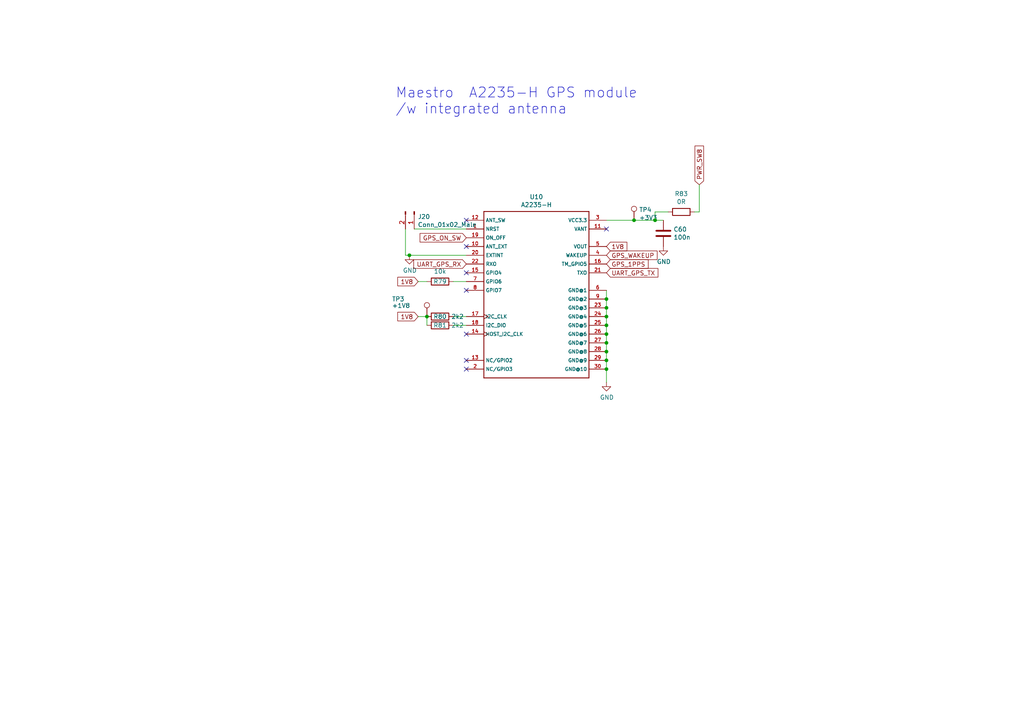
<source format=kicad_sch>
(kicad_sch (version 20200618) (host eeschema "(5.99.0-2142-ge9b99cc8b)")

  (page 1 8)

  (paper "A4")

  (lib_symbols
    (symbol "BaseCircuit_V2-rescue:R" (pin_numbers hide) (pin_names (offset 0))
      (property "Reference" "R" (id 0) (at 2.032 0 90)
        (effects (font (size 1.27 1.27)))
      )
      (property "Value" "R" (id 1) (at 0 0 90)
        (effects (font (size 1.27 1.27)))
      )
      (property "Footprint" "" (id 2) (at -1.778 0 90)
        (effects (font (size 1.27 1.27)) hide)
      )
      (property "Datasheet" "" (id 3) (at 0 0 0)
        (effects (font (size 1.27 1.27)) hide)
      )
      (property "ki_fp_filters" "R_*\nR_*" (id 4) (at 0 0 0)
        (effects (font (size 1.27 1.27)) hide)
      )
      (symbol "R_0_1"
        (rectangle (start -1.016 -2.54) (end 1.016 2.54)
          (stroke (width 0.254)) (fill (type none))
        )
      )
      (symbol "R_1_1"
        (pin passive line (at 0 3.81 270) (length 1.27)
          (name "~" (effects (font (size 1.27 1.27))))
          (number "1" (effects (font (size 1.27 1.27))))
        )
        (pin passive line (at 0 -3.81 90) (length 1.27)
          (name "~" (effects (font (size 1.27 1.27))))
          (number "2" (effects (font (size 1.27 1.27))))
        )
      )
    )
    (symbol "Connector:Conn_01x02_Male" (pin_names hide)
      (property "Reference" "J" (id 0) (at 0 2.54 0)
        (effects (font (size 1.27 1.27)))
      )
      (property "Value" "Conn_01x02_Male" (id 1) (at 0 -5.08 0)
        (effects (font (size 1.27 1.27)))
      )
      (property "Footprint" "" (id 2) (at 0 0 0)
        (effects (font (size 1.27 1.27)) hide)
      )
      (property "Datasheet" "~" (id 3) (at 0 0 0)
        (effects (font (size 1.27 1.27)) hide)
      )
      (property "ki_keywords" "connector" (id 4) (at 0 0 0)
        (effects (font (size 1.27 1.27)) hide)
      )
      (property "ki_description" "Generic connector, single row, 01x02, script generated (kicad-library-utils/schlib/autogen/connector/)" (id 5) (at 0 0 0)
        (effects (font (size 1.27 1.27)) hide)
      )
      (property "ki_fp_filters" "Connector*:*_1x??_*" (id 6) (at 0 0 0)
        (effects (font (size 1.27 1.27)) hide)
      )
      (symbol "Conn_01x02_Male_1_1"
        (rectangle (start 0.8636 -2.413) (end 0 -2.667)
          (stroke (width 0.1524)) (fill (type outline))
        )
        (rectangle (start 0.8636 0.127) (end 0 -0.127)
          (stroke (width 0.1524)) (fill (type outline))
        )
        (polyline
          (pts (xy 1.27 -2.54) (xy 0.8636 -2.54))
          (stroke (width 0.1524)) (fill (type none))
        )
        (polyline
          (pts (xy 1.27 0) (xy 0.8636 0))
          (stroke (width 0.1524)) (fill (type none))
        )
        (pin passive line (at 5.08 0 180) (length 3.81)
          (name "Pin_1" (effects (font (size 1.27 1.27))))
          (number "1" (effects (font (size 1.27 1.27))))
        )
        (pin passive line (at 5.08 -2.54 180) (length 3.81)
          (name "Pin_2" (effects (font (size 1.27 1.27))))
          (number "2" (effects (font (size 1.27 1.27))))
        )
      )
    )
    (symbol "Connector:TestPoint" (pin_numbers hide) (pin_names (offset 0.762) hide)
      (property "Reference" "TP" (id 0) (at 0 6.858 0)
        (effects (font (size 1.27 1.27)))
      )
      (property "Value" "TestPoint" (id 1) (at 0 5.08 0)
        (effects (font (size 1.27 1.27)))
      )
      (property "Footprint" "" (id 2) (at 5.08 0 0)
        (effects (font (size 1.27 1.27)) hide)
      )
      (property "Datasheet" "~" (id 3) (at 5.08 0 0)
        (effects (font (size 1.27 1.27)) hide)
      )
      (property "ki_keywords" "test point tp" (id 4) (at 0 0 0)
        (effects (font (size 1.27 1.27)) hide)
      )
      (property "ki_description" "test point" (id 5) (at 0 0 0)
        (effects (font (size 1.27 1.27)) hide)
      )
      (property "ki_fp_filters" "Pin*\nTest*" (id 6) (at 0 0 0)
        (effects (font (size 1.27 1.27)) hide)
      )
      (symbol "TestPoint_0_1"
        (circle (center 0 3.302) (radius 0.762) (stroke (width 0)) (fill (type none)))
      )
      (symbol "TestPoint_1_1"
        (pin passive line (at 0 0 90) (length 2.54)
          (name "1" (effects (font (size 1.27 1.27))))
          (number "1" (effects (font (size 1.27 1.27))))
        )
      )
    )
    (symbol "Device:C" (pin_numbers hide) (pin_names (offset 0.254))
      (property "Reference" "C" (id 0) (at 0.635 2.54 0)
        (effects (font (size 1.27 1.27)) (justify left))
      )
      (property "Value" "C" (id 1) (at 0.635 -2.54 0)
        (effects (font (size 1.27 1.27)) (justify left))
      )
      (property "Footprint" "" (id 2) (at 0.9652 -3.81 0)
        (effects (font (size 1.27 1.27)) hide)
      )
      (property "Datasheet" "~" (id 3) (at 0 0 0)
        (effects (font (size 1.27 1.27)) hide)
      )
      (property "ki_keywords" "cap capacitor" (id 4) (at 0 0 0)
        (effects (font (size 1.27 1.27)) hide)
      )
      (property "ki_description" "Unpolarized capacitor" (id 5) (at 0 0 0)
        (effects (font (size 1.27 1.27)) hide)
      )
      (property "ki_fp_filters" "C_*" (id 6) (at 0 0 0)
        (effects (font (size 1.27 1.27)) hide)
      )
      (symbol "C_0_1"
        (polyline
          (pts (xy -2.032 -0.762) (xy 2.032 -0.762))
          (stroke (width 0.508)) (fill (type none))
        )
        (polyline
          (pts (xy -2.032 0.762) (xy 2.032 0.762))
          (stroke (width 0.508)) (fill (type none))
        )
      )
      (symbol "C_1_1"
        (pin passive line (at 0 3.81 270) (length 2.794)
          (name "~" (effects (font (size 1.27 1.27))))
          (number "1" (effects (font (size 1.27 1.27))))
        )
        (pin passive line (at 0 -3.81 90) (length 2.794)
          (name "~" (effects (font (size 1.27 1.27))))
          (number "2" (effects (font (size 1.27 1.27))))
        )
      )
    )
    (symbol "Device:R" (pin_numbers hide) (pin_names (offset 0))
      (property "Reference" "R" (id 0) (at 2.032 0 90)
        (effects (font (size 1.27 1.27)))
      )
      (property "Value" "R" (id 1) (at 0 0 90)
        (effects (font (size 1.27 1.27)))
      )
      (property "Footprint" "" (id 2) (at -1.778 0 90)
        (effects (font (size 1.27 1.27)) hide)
      )
      (property "Datasheet" "~" (id 3) (at 0 0 0)
        (effects (font (size 1.27 1.27)) hide)
      )
      (property "ki_keywords" "R res resistor" (id 4) (at 0 0 0)
        (effects (font (size 1.27 1.27)) hide)
      )
      (property "ki_description" "Resistor" (id 5) (at 0 0 0)
        (effects (font (size 1.27 1.27)) hide)
      )
      (property "ki_fp_filters" "R_*" (id 6) (at 0 0 0)
        (effects (font (size 1.27 1.27)) hide)
      )
      (symbol "R_0_1"
        (rectangle (start -1.016 -2.54) (end 1.016 2.54)
          (stroke (width 0.254)) (fill (type none))
        )
      )
      (symbol "R_1_1"
        (pin passive line (at 0 3.81 270) (length 1.27)
          (name "~" (effects (font (size 1.27 1.27))))
          (number "1" (effects (font (size 1.27 1.27))))
        )
        (pin passive line (at 0 -3.81 90) (length 1.27)
          (name "~" (effects (font (size 1.27 1.27))))
          (number "2" (effects (font (size 1.27 1.27))))
        )
      )
    )
    (symbol "power:GND" (power) (pin_names (offset 0))
      (property "Reference" "#PWR" (id 0) (at 0 -6.35 0)
        (effects (font (size 1.27 1.27)) hide)
      )
      (property "Value" "GND" (id 1) (at 0 -3.81 0)
        (effects (font (size 1.27 1.27)))
      )
      (property "Footprint" "" (id 2) (at 0 0 0)
        (effects (font (size 1.27 1.27)) hide)
      )
      (property "Datasheet" "" (id 3) (at 0 0 0)
        (effects (font (size 1.27 1.27)) hide)
      )
      (property "ki_keywords" "power-flag" (id 4) (at 0 0 0)
        (effects (font (size 1.27 1.27)) hide)
      )
      (property "ki_description" "Power symbol creates a global label with name \"GND\" , ground" (id 5) (at 0 0 0)
        (effects (font (size 1.27 1.27)) hide)
      )
      (symbol "GND_0_1"
        (polyline
          (pts (xy 0 0) (xy 0 -1.27) (xy 1.27 -1.27) (xy 0 -2.54)
               (xy -1.27 -1.27) (xy 0 -1.27)
          )
          (stroke (width 0)) (fill (type none))
        )
      )
      (symbol "GND_1_1"
        (pin power_in line (at 0 0 270) (length 0) hide
          (name "GND" (effects (font (size 1.27 1.27))))
          (number "1" (effects (font (size 1.27 1.27))))
        )
      )
    )
    (symbol "symbols:A2235-H"
      (property "Reference" "U" (id 0) (at -15.2654 22.8854 0)
        (effects (font (size 1.27 1.27)) (justify left bottom))
      )
      (property "Value" "A2235-H" (id 1) (at -15.2654 -27.9908 0)
        (effects (font (size 1.27 1.27)) (justify left bottom))
      )
      (property "Footprint" "XCVR_A2235-H" (id 2) (at 0 0 0)
        (effects (font (size 1.27 1.27)) (justify left bottom) hide)
      )
      (property "Datasheet" "http://update.maestro-wireless.com/GNSS/A2235-H/Maestro_GPS_Receiver_A2235_H_User_Manual_V13.pdf" (id 3) (at 0 0 0)
        (effects (font (size 1.27 1.27)) (justify left bottom) hide)
      )
      (property "Field4" "Gps Module, Mini Outline w/ Ant" (id 4) (at 0 0 0)
        (effects (font (size 1.27 1.27)) (justify left bottom) hide)
      )
      (property "Field5" "Maestro Wireless" (id 5) (at 0 0 0)
        (effects (font (size 1.27 1.27)) (justify left bottom) hide)
      )
      (property "Field6" "16.75 USD" (id 6) (at 0 0 0)
        (effects (font (size 1.27 1.27)) (justify left bottom) hide)
      )
      (property "Field7" "A2235H" (id 7) (at 0 0 0)
        (effects (font (size 1.27 1.27)) (justify left bottom) hide)
      )
      (property "Field8" "Good" (id 8) (at 0 0 0)
        (effects (font (size 1.27 1.27)) (justify left bottom) hide)
      )
      (property "ki_locked" "" (id 9) (at 0 0 0)
        (effects (font (size 1.27 1.27)))
      )
      (property "ki_description" "GPS Modules SiRFStarIV GPS receiver SMT ROM mod" (id 10) (at 0 0 0)
        (effects (font (size 1.27 1.27)) hide)
      )
      (symbol "A2235-H_0_0"
        (polyline
          (pts (xy -15.24 -25.4) (xy -15.24 22.86))
          (stroke (width 0.254)) (fill (type none))
        )
        (polyline
          (pts (xy -15.24 22.86) (xy 15.24 22.86))
          (stroke (width 0.254)) (fill (type none))
        )
        (polyline
          (pts (xy 15.24 -25.4) (xy -15.24 -25.4))
          (stroke (width 0.254)) (fill (type none))
        )
        (polyline
          (pts (xy 15.24 22.86) (xy 15.24 -25.4))
          (stroke (width 0.254)) (fill (type none))
        )
        (pin input line (at -20.32 17.78 0) (length 5.08)
          (name "NRST" (effects (font (size 1.016 1.016))))
          (number "1" (effects (font (size 1.016 1.016))))
        )
        (pin input line (at -20.32 12.7 0) (length 5.08)
          (name "ANT_EXT" (effects (font (size 1.016 1.016))))
          (number "10" (effects (font (size 1.016 1.016))))
        )
        (pin power_in line (at 20.32 17.78 180) (length 5.08)
          (name "VANT" (effects (font (size 1.016 1.016))))
          (number "11" (effects (font (size 1.016 1.016))))
        )
        (pin input line (at -20.32 20.32 0) (length 5.08)
          (name "ANT_SW" (effects (font (size 1.016 1.016))))
          (number "12" (effects (font (size 1.016 1.016))))
        )
        (pin bidirectional line (at -20.32 -20.32 0) (length 5.08)
          (name "NC/GPIO2" (effects (font (size 1.016 1.016))))
          (number "13" (effects (font (size 1.016 1.016))))
        )
        (pin bidirectional clock (at -20.32 -12.7 0) (length 5.08)
          (name "HOST_I2C_CLK" (effects (font (size 1.016 1.016))))
          (number "14" (effects (font (size 1.016 1.016))))
        )
        (pin input line (at -20.32 5.08 0) (length 5.08)
          (name "GPIO4" (effects (font (size 1.016 1.016))))
          (number "15" (effects (font (size 1.016 1.016))))
        )
        (pin output line (at 20.32 7.62 180) (length 5.08)
          (name "TM_GPIO5" (effects (font (size 1.016 1.016))))
          (number "16" (effects (font (size 1.016 1.016))))
        )
        (pin bidirectional clock (at -20.32 -7.62 0) (length 5.08)
          (name "I2C_CLK" (effects (font (size 1.016 1.016))))
          (number "17" (effects (font (size 1.016 1.016))))
        )
        (pin bidirectional line (at -20.32 -10.16 0) (length 5.08)
          (name "I2C_DIO" (effects (font (size 1.016 1.016))))
          (number "18" (effects (font (size 1.016 1.016))))
        )
        (pin input line (at -20.32 15.24 0) (length 5.08)
          (name "ON_OFF" (effects (font (size 1.016 1.016))))
          (number "19" (effects (font (size 1.016 1.016))))
        )
        (pin bidirectional line (at -20.32 -22.86 0) (length 5.08)
          (name "NC/GPIO3" (effects (font (size 1.016 1.016))))
          (number "2" (effects (font (size 1.016 1.016))))
        )
        (pin input line (at -20.32 10.16 0) (length 5.08)
          (name "EXTINT" (effects (font (size 1.016 1.016))))
          (number "20" (effects (font (size 1.016 1.016))))
        )
        (pin output line (at 20.32 5.08 180) (length 5.08)
          (name "TXO" (effects (font (size 1.016 1.016))))
          (number "21" (effects (font (size 1.016 1.016))))
        )
        (pin input line (at -20.32 7.62 0) (length 5.08)
          (name "RXO" (effects (font (size 1.016 1.016))))
          (number "22" (effects (font (size 1.016 1.016))))
        )
        (pin power_in line (at 20.32 -5.08 180) (length 5.08)
          (name "GND@3" (effects (font (size 1.016 1.016))))
          (number "23" (effects (font (size 1.016 1.016))))
        )
        (pin power_in line (at 20.32 -7.62 180) (length 5.08)
          (name "GND@4" (effects (font (size 1.016 1.016))))
          (number "24" (effects (font (size 1.016 1.016))))
        )
        (pin power_in line (at 20.32 -10.16 180) (length 5.08)
          (name "GND@5" (effects (font (size 1.016 1.016))))
          (number "25" (effects (font (size 1.016 1.016))))
        )
        (pin power_in line (at 20.32 -12.7 180) (length 5.08)
          (name "GND@6" (effects (font (size 1.016 1.016))))
          (number "26" (effects (font (size 1.016 1.016))))
        )
        (pin power_in line (at 20.32 -15.24 180) (length 5.08)
          (name "GND@7" (effects (font (size 1.016 1.016))))
          (number "27" (effects (font (size 1.016 1.016))))
        )
        (pin power_in line (at 20.32 -17.78 180) (length 5.08)
          (name "GND@8" (effects (font (size 1.016 1.016))))
          (number "28" (effects (font (size 1.016 1.016))))
        )
        (pin power_in line (at 20.32 -20.32 180) (length 5.08)
          (name "GND@9" (effects (font (size 1.016 1.016))))
          (number "29" (effects (font (size 1.016 1.016))))
        )
        (pin power_in line (at 20.32 20.32 180) (length 5.08)
          (name "VCC3.3" (effects (font (size 1.016 1.016))))
          (number "3" (effects (font (size 1.016 1.016))))
        )
        (pin power_in line (at 20.32 -22.86 180) (length 5.08)
          (name "GND@10" (effects (font (size 1.016 1.016))))
          (number "30" (effects (font (size 1.016 1.016))))
        )
        (pin output line (at 20.32 10.16 180) (length 5.08)
          (name "WAKEUP" (effects (font (size 1.016 1.016))))
          (number "4" (effects (font (size 1.016 1.016))))
        )
        (pin output line (at 20.32 12.7 180) (length 5.08)
          (name "VOUT" (effects (font (size 1.016 1.016))))
          (number "5" (effects (font (size 1.016 1.016))))
        )
        (pin power_in line (at 20.32 0 180) (length 5.08)
          (name "GND@1" (effects (font (size 1.016 1.016))))
          (number "6" (effects (font (size 1.016 1.016))))
        )
        (pin input line (at -20.32 2.54 0) (length 5.08)
          (name "GPIO6" (effects (font (size 1.016 1.016))))
          (number "7" (effects (font (size 1.016 1.016))))
        )
        (pin input line (at -20.32 0 0) (length 5.08)
          (name "GPIO7" (effects (font (size 1.016 1.016))))
          (number "8" (effects (font (size 1.016 1.016))))
        )
        (pin power_in line (at 20.32 -2.54 180) (length 5.08)
          (name "GND@2" (effects (font (size 1.016 1.016))))
          (number "9" (effects (font (size 1.016 1.016))))
        )
      )
    )
  )

  (junction (at 118.745 74.041) (diameter 0) (color 0 0 0 0))
  (junction (at 123.825 91.821) (diameter 0) (color 0 0 0 0))
  (junction (at 175.895 86.741) (diameter 0) (color 0 0 0 0))
  (junction (at 175.895 89.281) (diameter 0) (color 0 0 0 0))
  (junction (at 175.895 91.821) (diameter 0) (color 0 0 0 0))
  (junction (at 175.895 94.361) (diameter 0) (color 0 0 0 0))
  (junction (at 175.895 96.901) (diameter 0) (color 0 0 0 0))
  (junction (at 175.895 99.441) (diameter 0) (color 0 0 0 0))
  (junction (at 175.895 101.981) (diameter 0) (color 0 0 0 0))
  (junction (at 175.895 104.521) (diameter 0) (color 0 0 0 0))
  (junction (at 175.895 107.061) (diameter 0) (color 0 0 0 0))
  (junction (at 183.896 63.881) (diameter 0) (color 0 0 0 0))
  (junction (at 189.992 63.881) (diameter 0) (color 0 0 0 0))

  (no_connect (at 175.895 66.421))
  (no_connect (at 135.255 96.901))
  (no_connect (at 135.255 84.201))
  (no_connect (at 135.255 79.121))
  (no_connect (at 135.255 63.881))
  (no_connect (at 135.255 104.521))
  (no_connect (at 135.255 71.501))
  (no_connect (at 135.255 107.061))

  (wire (pts (xy 117.602 66.421) (xy 117.602 74.041))
    (stroke (width 0) (type solid) (color 0 0 0 0))
  )
  (wire (pts (xy 118.745 74.041) (xy 117.602 74.041))
    (stroke (width 0) (type solid) (color 0 0 0 0))
  )
  (wire (pts (xy 120.142 66.421) (xy 135.255 66.421))
    (stroke (width 0) (type solid) (color 0 0 0 0))
  )
  (wire (pts (xy 123.825 81.661) (xy 121.285 81.661))
    (stroke (width 0) (type solid) (color 0 0 0 0))
  )
  (wire (pts (xy 123.825 91.821) (xy 121.285 91.821))
    (stroke (width 0) (type solid) (color 0 0 0 0))
  )
  (wire (pts (xy 123.825 94.361) (xy 123.825 91.821))
    (stroke (width 0) (type solid) (color 0 0 0 0))
  )
  (wire (pts (xy 135.255 74.041) (xy 118.745 74.041))
    (stroke (width 0) (type solid) (color 0 0 0 0))
  )
  (wire (pts (xy 135.255 81.661) (xy 131.445 81.661))
    (stroke (width 0) (type solid) (color 0 0 0 0))
  )
  (wire (pts (xy 135.255 91.821) (xy 131.445 91.821))
    (stroke (width 0) (type solid) (color 0 0 0 0))
  )
  (wire (pts (xy 135.255 94.361) (xy 131.445 94.361))
    (stroke (width 0) (type solid) (color 0 0 0 0))
  )
  (wire (pts (xy 175.895 63.881) (xy 183.896 63.881))
    (stroke (width 0) (type solid) (color 0 0 0 0))
  )
  (wire (pts (xy 175.895 84.201) (xy 175.895 86.741))
    (stroke (width 0) (type solid) (color 0 0 0 0))
  )
  (wire (pts (xy 175.895 86.741) (xy 175.895 89.281))
    (stroke (width 0) (type solid) (color 0 0 0 0))
  )
  (wire (pts (xy 175.895 89.281) (xy 175.895 91.821))
    (stroke (width 0) (type solid) (color 0 0 0 0))
  )
  (wire (pts (xy 175.895 91.821) (xy 175.895 94.361))
    (stroke (width 0) (type solid) (color 0 0 0 0))
  )
  (wire (pts (xy 175.895 94.361) (xy 175.895 96.901))
    (stroke (width 0) (type solid) (color 0 0 0 0))
  )
  (wire (pts (xy 175.895 99.441) (xy 175.895 96.901))
    (stroke (width 0) (type solid) (color 0 0 0 0))
  )
  (wire (pts (xy 175.895 99.441) (xy 175.895 101.981))
    (stroke (width 0) (type solid) (color 0 0 0 0))
  )
  (wire (pts (xy 175.895 101.981) (xy 175.895 104.521))
    (stroke (width 0) (type solid) (color 0 0 0 0))
  )
  (wire (pts (xy 175.895 104.521) (xy 175.895 107.061))
    (stroke (width 0) (type solid) (color 0 0 0 0))
  )
  (wire (pts (xy 175.895 107.061) (xy 175.895 110.871))
    (stroke (width 0) (type solid) (color 0 0 0 0))
  )
  (wire (pts (xy 183.896 63.881) (xy 189.992 63.881))
    (stroke (width 0) (type solid) (color 0 0 0 0))
  )
  (wire (pts (xy 189.992 61.468) (xy 189.992 63.881))
    (stroke (width 0) (type solid) (color 0 0 0 0))
  )
  (wire (pts (xy 189.992 61.468) (xy 193.802 61.468))
    (stroke (width 0) (type solid) (color 0 0 0 0))
  )
  (wire (pts (xy 189.992 63.881) (xy 192.405 63.881))
    (stroke (width 0) (type solid) (color 0 0 0 0))
  )
  (wire (pts (xy 201.422 61.468) (xy 202.819 61.468))
    (stroke (width 0) (type solid) (color 0 0 0 0))
  )
  (wire (pts (xy 202.819 61.468) (xy 202.819 53.594))
    (stroke (width 0) (type solid) (color 0 0 0 0))
  )

  (text "Maestro  A2235-H GPS module \n/w integrated antenna\n"
    (at 114.681 33.401 0)
    (effects (font (size 2.8956 2.8956)) (justify left bottom))
  )

  (global_label "1V8" (shape input) (at 121.285 81.661 180)
    (effects (font (size 1.27 1.27)) (justify right))
  )
  (global_label "1V8" (shape input) (at 121.285 91.821 180)
    (effects (font (size 1.27 1.27)) (justify right))
  )
  (global_label "GPS_ON_SW" (shape input) (at 135.255 68.961 180)
    (effects (font (size 1.27 1.27)) (justify right))
  )
  (global_label "UART_GPS_RX" (shape input) (at 135.255 76.581 180)
    (effects (font (size 1.27 1.27)) (justify right))
  )
  (global_label "1V8" (shape input) (at 175.895 71.501 0)
    (effects (font (size 1.27 1.27)) (justify left))
  )
  (global_label "GPS_WAKEUP" (shape input) (at 175.895 74.041 0)
    (effects (font (size 1.27 1.27)) (justify left))
  )
  (global_label "GPS_1PPS" (shape input) (at 175.895 76.581 0)
    (effects (font (size 1.27 1.27)) (justify left))
  )
  (global_label "UART_GPS_TX" (shape input) (at 175.895 79.121 0)
    (effects (font (size 1.27 1.27)) (justify left))
  )
  (global_label "PWR_SW8" (shape input) (at 202.819 53.594 90)
    (effects (font (size 1.27 1.27)) (justify left))
  )

  (symbol (lib_id "Connector:TestPoint") (at 123.825 91.821 0) (unit 1)
    (in_bom yes) (on_board yes)
    (uuid "00000000-0000-0000-0000-00005bb86bd2")
    (property "Reference" "TP3" (id 0) (at 113.665 86.741 0)
      (effects (font (size 1.27 1.27)) (justify left))
    )
    (property "Value" "+1V8" (id 1) (at 113.665 88.646 0)
      (effects (font (size 1.27 1.27)) (justify left))
    )
    (property "Footprint" "TestPoint:TestPoint_Pad_D1.0mm" (id 2) (at 128.905 91.821 0)
      (effects (font (size 1.27 1.27)) hide)
    )
    (property "Datasheet" "~" (id 3) (at 128.905 91.821 0)
      (effects (font (size 1.27 1.27)) hide)
    )
  )

  (symbol (lib_id "Connector:TestPoint") (at 183.896 63.881 0) (unit 1)
    (in_bom yes) (on_board yes)
    (uuid "00000000-0000-0000-0000-00005bb86bc9")
    (property "Reference" "TP4" (id 0) (at 185.3692 60.833 0)
      (effects (font (size 1.27 1.27)) (justify left))
    )
    (property "Value" "+3V3" (id 1) (at 185.3692 63.1444 0)
      (effects (font (size 1.27 1.27)) (justify left))
    )
    (property "Footprint" "TestPoint:TestPoint_Pad_D1.0mm" (id 2) (at 188.976 63.881 0)
      (effects (font (size 1.27 1.27)) hide)
    )
    (property "Datasheet" "~" (id 3) (at 188.976 63.881 0)
      (effects (font (size 1.27 1.27)) hide)
    )
  )

  (symbol (lib_id "power:GND") (at 118.745 74.041 0) (unit 1)
    (in_bom yes) (on_board yes)
    (uuid "00000000-0000-0000-0000-00005bb86bb3")
    (property "Reference" "#PWR0155" (id 0) (at 118.745 80.391 0)
      (effects (font (size 1.27 1.27)) hide)
    )
    (property "Value" "GND" (id 1) (at 118.872 78.4352 0))
    (property "Footprint" "" (id 2) (at 118.745 74.041 0)
      (effects (font (size 1.27 1.27)) hide)
    )
    (property "Datasheet" "" (id 3) (at 118.745 74.041 0)
      (effects (font (size 1.27 1.27)) hide)
    )
  )

  (symbol (lib_id "power:GND") (at 175.895 110.871 0) (unit 1)
    (in_bom yes) (on_board yes)
    (uuid "00000000-0000-0000-0000-00005bb86b5b")
    (property "Reference" "#PWR0152" (id 0) (at 175.895 117.221 0)
      (effects (font (size 1.27 1.27)) hide)
    )
    (property "Value" "GND" (id 1) (at 176.022 115.2652 0))
    (property "Footprint" "" (id 2) (at 175.895 110.871 0)
      (effects (font (size 1.27 1.27)) hide)
    )
    (property "Datasheet" "" (id 3) (at 175.895 110.871 0)
      (effects (font (size 1.27 1.27)) hide)
    )
  )

  (symbol (lib_id "power:GND") (at 192.405 71.501 0) (unit 1)
    (in_bom yes) (on_board yes)
    (uuid "00000000-0000-0000-0000-00005bb86b81")
    (property "Reference" "#PWR0154" (id 0) (at 192.405 77.851 0)
      (effects (font (size 1.27 1.27)) hide)
    )
    (property "Value" "GND" (id 1) (at 192.532 75.8952 0))
    (property "Footprint" "" (id 2) (at 192.405 71.501 0)
      (effects (font (size 1.27 1.27)) hide)
    )
    (property "Datasheet" "" (id 3) (at 192.405 71.501 0)
      (effects (font (size 1.27 1.27)) hide)
    )
  )

  (symbol (lib_id "Device:R") (at 127.635 81.661 270) (unit 1)
    (in_bom yes) (on_board yes)
    (uuid "00000000-0000-0000-0000-00005bb86b87")
    (property "Reference" "R79" (id 0) (at 127.635 81.661 90))
    (property "Value" "10k" (id 1) (at 127.635 78.7146 90))
    (property "Footprint" "Resistor_SMD:R_0603_1608Metric_Pad1.05x0.95mm_HandSolder" (id 2) (at 127.635 79.883 90)
      (effects (font (size 1.27 1.27)) hide)
    )
    (property "Datasheet" "~" (id 3) (at 127.635 81.661 0)
      (effects (font (size 1.27 1.27)) hide)
    )
    (property "Assembly_GPS" "place" (id 4) (at 127.635 81.661 0)
      (effects (font (size 1.27 1.27)) hide)
    )
    (property "Cost" "0,0037" (id 5) (at 127.635 81.661 0)
      (effects (font (size 1.27 1.27)) hide)
    )
    (property "Distributor" "Farnell" (id 6) (at 127.635 81.661 0)
      (effects (font (size 1.27 1.27)) hide)
    )
    (property "Ordercode" "2447230" (id 7) (at 127.635 81.661 0)
      (effects (font (size 1.27 1.27)) hide)
    )
  )

  (symbol (lib_id "Device:R") (at 127.635 91.821 270) (unit 1)
    (in_bom yes) (on_board yes)
    (uuid "00000000-0000-0000-0000-00005bb86b97")
    (property "Reference" "R80" (id 0) (at 127.635 91.821 90))
    (property "Value" "2k2" (id 1) (at 132.715 91.821 90))
    (property "Footprint" "Resistor_SMD:R_0603_1608Metric_Pad1.05x0.95mm_HandSolder" (id 2) (at 127.635 90.043 90)
      (effects (font (size 1.27 1.27)) hide)
    )
    (property "Datasheet" "~" (id 3) (at 127.635 91.821 0)
      (effects (font (size 1.27 1.27)) hide)
    )
    (property "Assembly_GPS" "place" (id 4) (at 127.635 91.821 0)
      (effects (font (size 1.27 1.27)) hide)
    )
    (property "Cost" "0,0038" (id 5) (at 127.635 91.821 0)
      (effects (font (size 1.27 1.27)) hide)
    )
    (property "Distributor" "Farnell" (id 6) (at 127.635 91.821 0)
      (effects (font (size 1.27 1.27)) hide)
    )
    (property "Ordercode" "2447320" (id 7) (at 127.635 91.821 0)
      (effects (font (size 1.27 1.27)) hide)
    )
  )

  (symbol (lib_id "Device:R") (at 127.635 94.361 270) (unit 1)
    (in_bom yes) (on_board yes)
    (uuid "00000000-0000-0000-0000-00005bb86b9e")
    (property "Reference" "R81" (id 0) (at 127.635 94.361 90))
    (property "Value" "2k2" (id 1) (at 132.715 94.361 90))
    (property "Footprint" "Resistor_SMD:R_0603_1608Metric_Pad1.05x0.95mm_HandSolder" (id 2) (at 127.635 92.583 90)
      (effects (font (size 1.27 1.27)) hide)
    )
    (property "Datasheet" "~" (id 3) (at 127.635 94.361 0)
      (effects (font (size 1.27 1.27)) hide)
    )
    (property "Assembly_GPS" "place" (id 4) (at 127.635 94.361 0)
      (effects (font (size 1.27 1.27)) hide)
    )
    (property "Cost" "0,0038" (id 5) (at 127.635 94.361 0)
      (effects (font (size 1.27 1.27)) hide)
    )
    (property "Distributor" "Farnell" (id 6) (at 127.635 94.361 0)
      (effects (font (size 1.27 1.27)) hide)
    )
    (property "Ordercode" "2447320" (id 7) (at 127.635 94.361 0)
      (effects (font (size 1.27 1.27)) hide)
    )
  )

  (symbol (lib_id "BaseCircuit_V2-rescue:R") (at 197.612 61.468 270) (unit 1)
    (in_bom yes) (on_board yes)
    (uuid "00000000-0000-0000-0000-00005cbe08f0")
    (property "Reference" "R83" (id 0) (at 197.612 56.2102 90))
    (property "Value" "0R" (id 1) (at 197.612 58.5216 90))
    (property "Footprint" "Resistor_SMD:R_0603_1608Metric_Pad1.05x0.95mm_HandSolder" (id 2) (at 197.612 59.69 90)
      (effects (font (size 1.27 1.27)) hide)
    )
    (property "Datasheet" "" (id 3) (at 197.612 61.468 0)
      (effects (font (size 1.27 1.27)) hide)
    )
    (property "Assembly_GPS" "place" (id 4) (at 197.612 61.468 0)
      (effects (font (size 1.27 1.27)) hide)
    )
    (property "Cost" "0,0039" (id 5) (at 197.612 61.468 0)
      (effects (font (size 1.27 1.27)) hide)
    )
    (property "Distributor" "Farnell" (id 6) (at 197.612 61.468 0)
      (effects (font (size 1.27 1.27)) hide)
    )
    (property "Ordercode" "2447743" (id 7) (at 197.612 61.468 0)
      (effects (font (size 1.27 1.27)) hide)
    )
  )

  (symbol (lib_id "Connector:Conn_01x02_Male") (at 120.142 61.341 270) (unit 1)
    (in_bom yes) (on_board yes)
    (uuid "00000000-0000-0000-0000-00005c46d34c")
    (property "Reference" "J20" (id 0) (at 121.158 62.865 90)
      (effects (font (size 1.27 1.27)) (justify left))
    )
    (property "Value" "Conn_01x02_Male" (id 1) (at 121.158 65.1764 90)
      (effects (font (size 1.27 1.27)) (justify left))
    )
    (property "Footprint" "Connector_PinHeader_2.54mm:PinHeader_1x02_P2.54mm_Vertical" (id 2) (at 120.142 61.341 0)
      (effects (font (size 1.27 1.27)) hide)
    )
    (property "Datasheet" "~" (id 3) (at 120.142 61.341 0)
      (effects (font (size 1.27 1.27)) hide)
    )
    (property "Assembly_GPS" "place" (id 4) (at 120.142 61.341 0)
      (effects (font (size 1.27 1.27)) hide)
    )
  )

  (symbol (lib_id "Device:C") (at 192.405 67.691 180) (unit 1)
    (in_bom yes) (on_board yes)
    (uuid "00000000-0000-0000-0000-00005bb86b74")
    (property "Reference" "C60" (id 0) (at 195.326 66.5226 0)
      (effects (font (size 1.27 1.27)) (justify right))
    )
    (property "Value" "100n" (id 1) (at 195.326 68.834 0)
      (effects (font (size 1.27 1.27)) (justify right))
    )
    (property "Footprint" "Capacitor_SMD:C_0603_1608Metric_Pad1.05x0.95mm_HandSolder" (id 2) (at 191.4398 63.881 0)
      (effects (font (size 1.27 1.27)) hide)
    )
    (property "Datasheet" "~" (id 3) (at 192.405 67.691 0)
      (effects (font (size 1.27 1.27)) hide)
    )
    (property "Assembly_GPS" "place" (id 4) (at 192.405 67.691 0)
      (effects (font (size 1.27 1.27)) hide)
    )
    (property "Cost" "0,0199" (id 5) (at 192.405 67.691 0)
      (effects (font (size 1.27 1.27)) hide)
    )
    (property "Distributor" "Farnell" (id 6) (at 192.405 67.691 0)
      (effects (font (size 1.27 1.27)) hide)
    )
    (property "Ordercode" "1759017" (id 7) (at 192.405 67.691 0)
      (effects (font (size 1.27 1.27)) hide)
    )
  )

  (symbol (lib_id "symbols:A2235-H") (at 155.575 84.201 0) (unit 1)
    (in_bom yes) (on_board yes)
    (uuid "00000000-0000-0000-0000-00005bb86b54")
    (property "Reference" "U10" (id 0) (at 155.575 57.0992 0))
    (property "Value" "A2235-H" (id 1) (at 155.575 59.4106 0))
    (property "Footprint" "footprints:XCVR_A2235-H" (id 2) (at 155.575 84.201 0)
      (effects (font (size 1.27 1.27)) (justify left bottom) hide)
    )
    (property "Datasheet" "None" (id 3) (at 155.575 84.201 0)
      (effects (font (size 1.27 1.27)) (justify left bottom) hide)
    )
    (property "Field4" "Gps Module, Mini Outline w/ Ant" (id 4) (at 155.575 84.201 0)
      (effects (font (size 1.27 1.27)) (justify left bottom) hide)
    )
    (property "Field5" "Maestro Wireless" (id 5) (at 155.575 84.201 0)
      (effects (font (size 1.27 1.27)) (justify left bottom) hide)
    )
    (property "Field6" "16.75 USD" (id 6) (at 155.575 84.201 0)
      (effects (font (size 1.27 1.27)) (justify left bottom) hide)
    )
    (property "Field7" "A2235H" (id 7) (at 155.575 84.201 0)
      (effects (font (size 1.27 1.27)) (justify left bottom) hide)
    )
    (property "Field8" "Good" (id 8) (at 155.575 84.201 0)
      (effects (font (size 1.27 1.27)) (justify left bottom) hide)
    )
    (property "Assembly_GPS" "place" (id 9) (at 155.575 84.201 0)
      (effects (font (size 1.27 1.27)) hide)
    )
    (property "Cost" "17,57" (id 10) (at 155.575 84.201 0)
      (effects (font (size 1.27 1.27)) hide)
    )
    (property "Distributor" "Farnell" (id 11) (at 155.575 84.201 0)
      (effects (font (size 1.27 1.27)) hide)
    )
    (property "Ordercode" "2281695" (id 12) (at 155.575 84.201 0)
      (effects (font (size 1.27 1.27)) hide)
    )
  )
)

</source>
